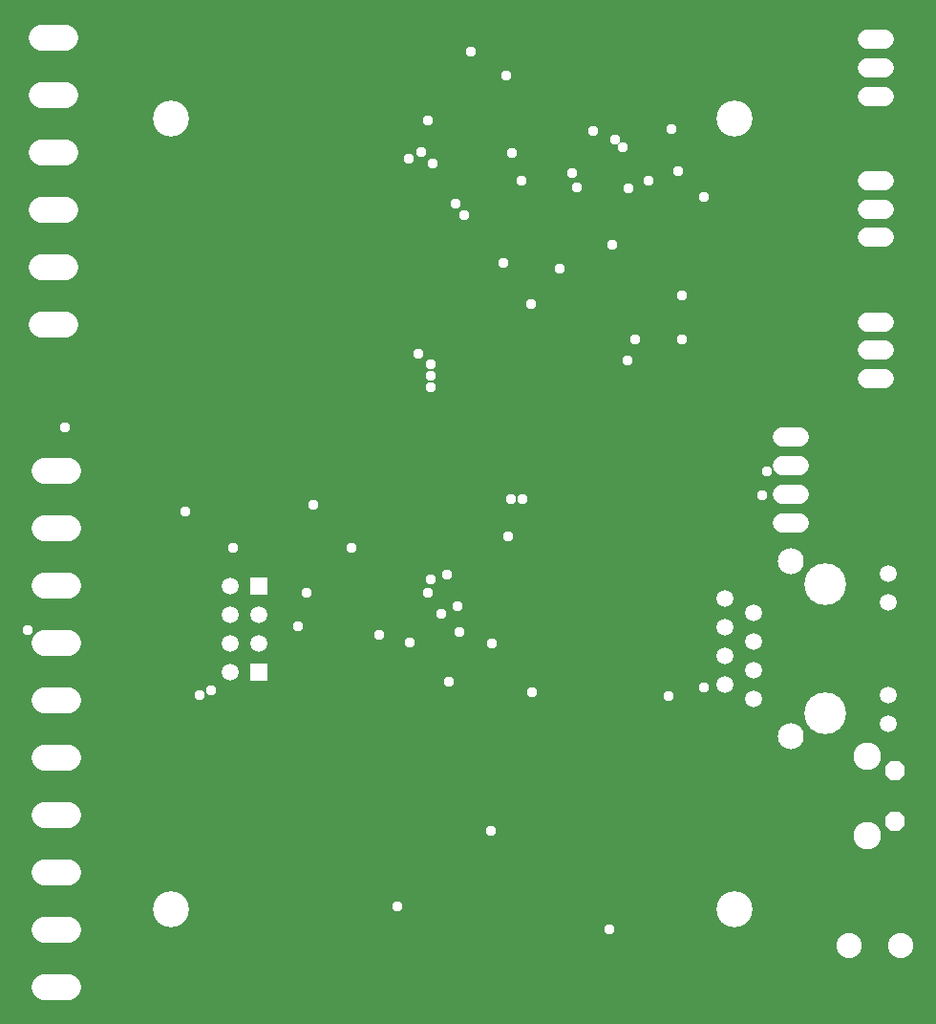
<source format=gbr>
G04 EAGLE Gerber RS-274X export*
G75*
%MOMM*%
%FSLAX34Y34*%
%LPD*%
%INSoldermask Bottom*%
%IPNEG*%
%AMOC8*
5,1,8,0,0,1.08239X$1,22.5*%
G01*
%ADD10C,3.203200*%
%ADD11C,2.235200*%
%ADD12R,1.511200X1.511200*%
%ADD13C,1.511200*%
%ADD14C,2.298700*%
%ADD15C,2.303200*%
%ADD16C,3.703200*%
%ADD17C,1.727200*%
%ADD18P,1.869504X8X112.500000*%
%ADD19C,2.451100*%
%ADD20C,0.959600*%


D10*
X172500Y832500D03*
X672500Y832500D03*
X172500Y132500D03*
X672500Y132500D03*
D11*
X820000Y100000D03*
X774280Y100000D03*
D12*
X251125Y418250D03*
X251125Y342050D03*
D13*
X251125Y392850D03*
X251125Y367450D03*
X225725Y367450D03*
X225725Y392850D03*
X225725Y418250D03*
X225725Y342050D03*
D14*
X78778Y904500D02*
X57823Y904500D01*
X57823Y853700D02*
X78778Y853700D01*
X78778Y650500D02*
X57823Y650500D01*
X57823Y802900D02*
X78778Y802900D01*
X78778Y752100D02*
X57823Y752100D01*
X57823Y701300D02*
X78778Y701300D01*
D15*
X722700Y285750D03*
X722700Y440650D03*
D13*
X808400Y429450D03*
X808400Y404050D03*
X808400Y322350D03*
X808400Y296950D03*
X664300Y407600D03*
X664300Y382200D03*
X664300Y356800D03*
X664300Y331400D03*
X689700Y395000D03*
X689700Y369600D03*
X689700Y344200D03*
X689700Y318800D03*
D16*
X753000Y306200D03*
X753000Y420200D03*
D17*
X730120Y550600D02*
X714880Y550600D01*
X714880Y525200D02*
X730120Y525200D01*
X730120Y499800D02*
X714880Y499800D01*
X714880Y474400D02*
X730120Y474400D01*
D18*
X814946Y209894D03*
X814946Y255106D03*
D19*
X790054Y197448D03*
X790054Y267552D03*
D17*
X789880Y652500D02*
X805120Y652500D01*
X805120Y627500D02*
X789880Y627500D01*
X789880Y602500D02*
X805120Y602500D01*
X805120Y777500D02*
X789880Y777500D01*
X789880Y752500D02*
X805120Y752500D01*
X805120Y727500D02*
X789880Y727500D01*
X789880Y902500D02*
X805120Y902500D01*
X805120Y877500D02*
X789880Y877500D01*
X789880Y852500D02*
X805120Y852500D01*
D14*
X81278Y521100D02*
X60323Y521100D01*
X60323Y470300D02*
X81278Y470300D01*
X81278Y63900D02*
X60323Y63900D01*
X60323Y419500D02*
X81278Y419500D01*
X81278Y368700D02*
X60323Y368700D01*
X60323Y114700D02*
X81278Y114700D01*
X81278Y317900D02*
X60323Y317900D01*
X60323Y267100D02*
X81278Y267100D01*
X81278Y165500D02*
X60323Y165500D01*
X60323Y216300D02*
X81278Y216300D01*
D20*
X405139Y792929D03*
X394934Y803134D03*
X425549Y757211D03*
X578624Y770478D03*
X357175Y375544D03*
X532701Y771498D03*
X474533Y495963D03*
X403098Y424528D03*
X625567Y675571D03*
X625567Y636792D03*
X484738Y495963D03*
X417385Y428610D03*
X412282Y393913D03*
X644956Y763334D03*
X403098Y615362D03*
X419426Y333704D03*
X384729Y368401D03*
X401057Y830687D03*
X401057Y412282D03*
X616382Y823544D03*
X470451Y870487D03*
X622505Y785785D03*
X403098Y605157D03*
X332683Y452082D03*
X292884Y412282D03*
X595972Y777621D03*
X438815Y891917D03*
X517394Y700063D03*
X403098Y594952D03*
X299007Y490861D03*
X227572Y452082D03*
X197977Y322478D03*
X432692Y747006D03*
X383708Y797011D03*
X208182Y326560D03*
X566378Y814359D03*
X285740Y382688D03*
X457184Y367380D03*
X428610Y377585D03*
X456164Y202059D03*
X373503Y134706D03*
X561275Y114296D03*
X483717Y777621D03*
X467389Y705166D03*
X471471Y462287D03*
X492902Y324519D03*
X614341Y321458D03*
X426569Y401057D03*
X644956Y328601D03*
X564337Y720473D03*
X475553Y802113D03*
X584747Y636792D03*
X701084Y520455D03*
X185731Y484738D03*
X391872Y624546D03*
X491881Y668428D03*
X45923Y379626D03*
X546988Y821503D03*
X577603Y618423D03*
X697002Y499025D03*
X573521Y807216D03*
X528619Y784765D03*
X78579Y559234D03*
M02*

</source>
